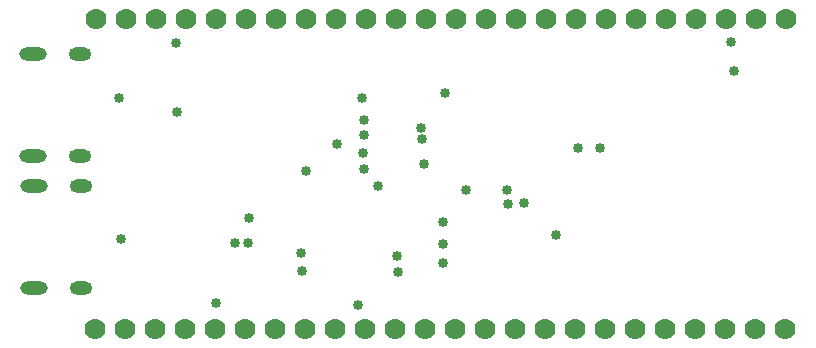
<source format=gbr>
%TF.GenerationSoftware,Altium Limited,Altium Designer,24.1.2 (44)*%
G04 Layer_Color=16711935*
%FSLAX45Y45*%
%MOMM*%
%TF.SameCoordinates,B732CBCC-E828-4C79-96F4-07D60C07BBD8*%
%TF.FilePolarity,Negative*%
%TF.FileFunction,Soldermask,Bot*%
%TF.Part,Single*%
G01*
G75*
%TA.AperFunction,ComponentPad*%
%ADD72C,1.77800*%
%ADD73O,2.32700X1.12700*%
%ADD74O,1.92700X1.12700*%
%TA.AperFunction,ViaPad*%
%ADD75C,0.85320*%
D72*
X714500Y2785000D02*
D03*
X968500D02*
D03*
X1222500D02*
D03*
X1476500D02*
D03*
X1730500D02*
D03*
X1984500D02*
D03*
X2238500D02*
D03*
X2492500D02*
D03*
X2746500D02*
D03*
X3000500D02*
D03*
X3254500D02*
D03*
X3508500D02*
D03*
X3762500D02*
D03*
X4016500D02*
D03*
X4270500D02*
D03*
X4524500D02*
D03*
X4778500D02*
D03*
X5032500D02*
D03*
X5286500D02*
D03*
X5540500D02*
D03*
X5794500D02*
D03*
X6048500D02*
D03*
X6302500D02*
D03*
X6556500D02*
D03*
X706500Y157500D02*
D03*
X960500D02*
D03*
X1214500D02*
D03*
X1468500D02*
D03*
X1722500D02*
D03*
X1976500D02*
D03*
X2230500D02*
D03*
X2484500D02*
D03*
X2738500D02*
D03*
X2992500D02*
D03*
X3246500D02*
D03*
X3500500D02*
D03*
X3754500D02*
D03*
X4008500D02*
D03*
X4262500D02*
D03*
X4516500D02*
D03*
X4770500D02*
D03*
X5024500D02*
D03*
X5278500D02*
D03*
X5532500D02*
D03*
X5786500D02*
D03*
X6040500D02*
D03*
X6294500D02*
D03*
X6548500D02*
D03*
D73*
X182500Y2484500D02*
D03*
Y1620500D02*
D03*
X187500Y1374000D02*
D03*
Y510000D02*
D03*
D74*
X582500Y2484500D02*
D03*
Y1620500D02*
D03*
X587500Y1374000D02*
D03*
Y510000D02*
D03*
D75*
X3655000Y1065000D02*
D03*
X6115000Y2340002D02*
D03*
X2452500Y802500D02*
D03*
X2457500Y650000D02*
D03*
X4336890Y1224980D02*
D03*
X4200000Y1215000D02*
D03*
X2980000Y1515000D02*
D03*
X2975000Y1650000D02*
D03*
X2752500Y1725000D02*
D03*
X1400000Y1997500D02*
D03*
X3667644Y2153800D02*
D03*
X6086586Y2587809D02*
D03*
X2496400Y1499522D02*
D03*
X3462500Y1865000D02*
D03*
X4610000Y952500D02*
D03*
X4984080Y1688420D02*
D03*
X4797500Y1695000D02*
D03*
X2967500Y2115000D02*
D03*
X2982500Y1805000D02*
D03*
X2980000Y1927500D02*
D03*
X3473455Y1768909D02*
D03*
X3487500Y1555000D02*
D03*
X3845000Y1335000D02*
D03*
X3272500Y645000D02*
D03*
X1887500Y890000D02*
D03*
X2012500Y1097500D02*
D03*
X3260000Y777500D02*
D03*
X3650000Y720000D02*
D03*
X3652500Y877500D02*
D03*
X2930000Y362000D02*
D03*
X1727500Y380000D02*
D03*
X3102155Y1372142D02*
D03*
X2003685Y891185D02*
D03*
X1394923Y2580000D02*
D03*
X4190000Y1335000D02*
D03*
X927500Y917500D02*
D03*
X905000Y2117500D02*
D03*
%TF.MD5,638af1e82b697559384b30b24985340c*%
M02*

</source>
